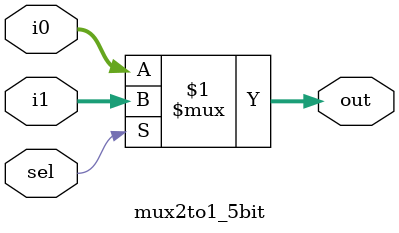
<source format=v>
`timescale 1ns / 1ps


module mux2to1_5bit(i0, i1, sel, out);
    input sel ;
    input [4:0] i0, i1;
    output [4:0] out ;
    assign out = sel ? i1 : i0 ;
endmodule

</source>
